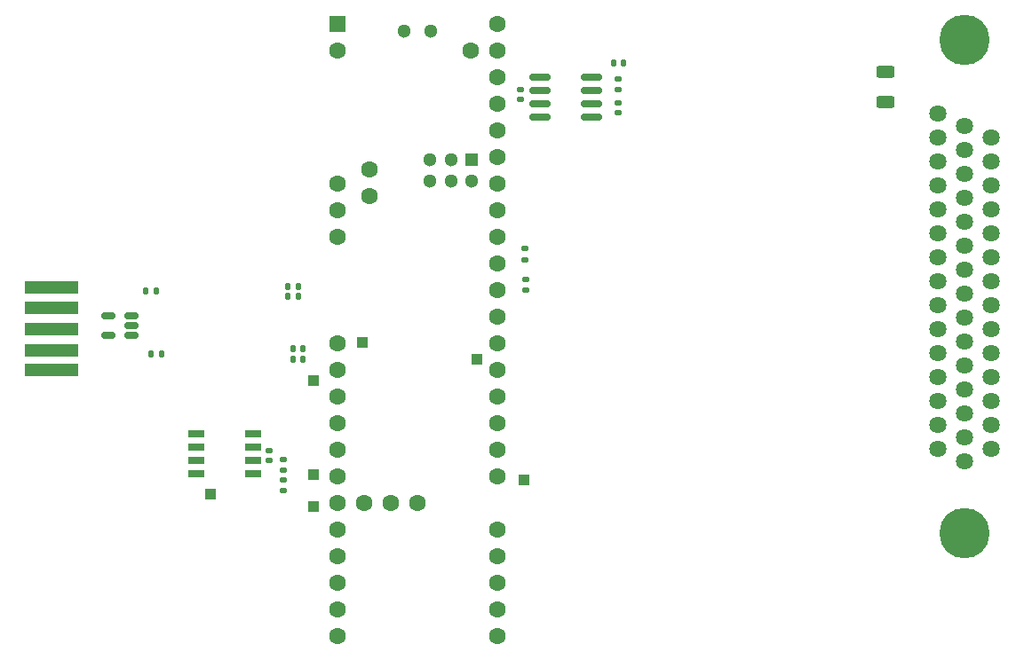
<source format=gbs>
G04 #@! TF.GenerationSoftware,KiCad,Pcbnew,9.0.4*
G04 #@! TF.CreationDate,2025-11-03T14:19:56-05:00*
G04 #@! TF.ProjectId,main_board_v1,6d61696e-5f62-46f6-9172-645f76312e6b,rev?*
G04 #@! TF.SameCoordinates,Original*
G04 #@! TF.FileFunction,Soldermask,Bot*
G04 #@! TF.FilePolarity,Negative*
%FSLAX46Y46*%
G04 Gerber Fmt 4.6, Leading zero omitted, Abs format (unit mm)*
G04 Created by KiCad (PCBNEW 9.0.4) date 2025-11-03 14:19:56*
%MOMM*%
%LPD*%
G01*
G04 APERTURE LIST*
G04 Aperture macros list*
%AMRoundRect*
0 Rectangle with rounded corners*
0 $1 Rounding radius*
0 $2 $3 $4 $5 $6 $7 $8 $9 X,Y pos of 4 corners*
0 Add a 4 corners polygon primitive as box body*
4,1,4,$2,$3,$4,$5,$6,$7,$8,$9,$2,$3,0*
0 Add four circle primitives for the rounded corners*
1,1,$1+$1,$2,$3*
1,1,$1+$1,$4,$5*
1,1,$1+$1,$6,$7*
1,1,$1+$1,$8,$9*
0 Add four rect primitives between the rounded corners*
20,1,$1+$1,$2,$3,$4,$5,0*
20,1,$1+$1,$4,$5,$6,$7,0*
20,1,$1+$1,$6,$7,$8,$9,0*
20,1,$1+$1,$8,$9,$2,$3,0*%
G04 Aperture macros list end*
%ADD10R,5.200000X1.250000*%
%ADD11R,1.600000X1.600000*%
%ADD12C,1.600000*%
%ADD13R,1.300000X1.300000*%
%ADD14C,1.300000*%
%ADD15C,1.638000*%
%ADD16C,4.801000*%
%ADD17RoundRect,0.140000X-0.170000X0.140000X-0.170000X-0.140000X0.170000X-0.140000X0.170000X0.140000X0*%
%ADD18R,1.000000X1.000000*%
%ADD19RoundRect,0.150000X-0.825000X-0.150000X0.825000X-0.150000X0.825000X0.150000X-0.825000X0.150000X0*%
%ADD20RoundRect,0.140000X0.140000X0.170000X-0.140000X0.170000X-0.140000X-0.170000X0.140000X-0.170000X0*%
%ADD21RoundRect,0.135000X-0.135000X-0.185000X0.135000X-0.185000X0.135000X0.185000X-0.135000X0.185000X0*%
%ADD22RoundRect,0.135000X-0.185000X0.135000X-0.185000X-0.135000X0.185000X-0.135000X0.185000X0.135000X0*%
%ADD23RoundRect,0.135000X0.185000X-0.135000X0.185000X0.135000X-0.185000X0.135000X-0.185000X-0.135000X0*%
%ADD24RoundRect,0.150000X0.512500X0.150000X-0.512500X0.150000X-0.512500X-0.150000X0.512500X-0.150000X0*%
%ADD25RoundRect,0.250000X0.625000X-0.312500X0.625000X0.312500X-0.625000X0.312500X-0.625000X-0.312500X0*%
%ADD26RoundRect,0.140000X0.170000X-0.140000X0.170000X0.140000X-0.170000X0.140000X-0.170000X-0.140000X0*%
%ADD27R,1.500000X0.650000*%
G04 APERTURE END LIST*
D10*
X44500000Y-48600000D03*
X44500000Y-50600000D03*
X44500000Y-52600000D03*
X44500000Y-54600000D03*
X44500000Y-56500000D03*
D11*
X71762000Y-23464950D03*
D12*
X71762000Y-26004950D03*
X71762000Y-38704950D03*
X71762000Y-41244950D03*
X71762000Y-43784950D03*
X71762000Y-53944950D03*
X71762000Y-56484950D03*
X71762000Y-59024950D03*
X71762000Y-61564950D03*
X71762000Y-64104950D03*
X71762000Y-66644950D03*
X71762000Y-69184950D03*
X71762000Y-71724950D03*
X71762000Y-74264950D03*
X71762000Y-76804950D03*
X71762000Y-79344950D03*
X71762000Y-81884950D03*
X87002000Y-81884950D03*
X87002000Y-79344950D03*
X87002000Y-76804950D03*
X87002000Y-74264950D03*
X87002000Y-71724950D03*
X87002000Y-66644950D03*
X87002000Y-64104950D03*
X87002000Y-61564950D03*
X87002000Y-59024950D03*
X87002000Y-56484950D03*
X87002000Y-53944950D03*
X87002000Y-51404950D03*
X87002000Y-48864950D03*
X87002000Y-46324950D03*
X87002000Y-43784950D03*
X87002000Y-41244950D03*
X87002000Y-38704950D03*
X87002000Y-36164950D03*
X87002000Y-33624950D03*
X87002000Y-31084950D03*
X87002000Y-28544950D03*
X87002000Y-26004950D03*
X87002000Y-23464950D03*
X84462000Y-26004950D03*
X74302000Y-69184950D03*
X76842000Y-69184950D03*
X79382000Y-69184950D03*
X74812800Y-37384150D03*
X74812800Y-39924150D03*
D13*
X84563600Y-36434950D03*
D14*
X82563600Y-36434950D03*
X80563600Y-36434950D03*
X80563600Y-38434950D03*
X82563600Y-38434950D03*
X84563600Y-38434950D03*
X80652000Y-24194950D03*
X78112000Y-24194950D03*
D15*
X129022000Y-64054950D03*
X129022000Y-61768950D03*
X129022000Y-59482950D03*
X129022000Y-57196950D03*
X129022000Y-54910950D03*
X129022000Y-52624950D03*
X129022000Y-50338950D03*
X129022000Y-48052950D03*
X129022000Y-45766950D03*
X129022000Y-43480950D03*
X129022000Y-41194950D03*
X129022000Y-38908950D03*
X129022000Y-36622950D03*
X129022000Y-34336950D03*
X129022000Y-32050950D03*
X131562000Y-65197950D03*
X131562000Y-62911950D03*
X131562000Y-60625950D03*
X131562000Y-58339950D03*
X131562000Y-56053950D03*
X131562000Y-53767950D03*
X131562000Y-51481950D03*
X131562000Y-49195950D03*
X131562000Y-46909950D03*
X131562000Y-44623950D03*
X131562000Y-42337950D03*
X131562000Y-40051950D03*
X131562000Y-37765950D03*
X131562000Y-35479950D03*
X131562000Y-33193950D03*
X134102000Y-64054950D03*
X134102000Y-61768950D03*
X134102000Y-59482950D03*
X134102000Y-57196950D03*
X134102000Y-54910950D03*
X134102000Y-52624950D03*
X134102000Y-50338950D03*
X134102000Y-48052950D03*
X134102000Y-45766950D03*
X134102000Y-43480950D03*
X134102000Y-41194950D03*
X134102000Y-38908950D03*
X134102000Y-36622950D03*
X134102000Y-34336950D03*
D16*
X131562000Y-72080950D03*
X131562000Y-25040950D03*
D17*
X65250000Y-64170000D03*
X65250000Y-65130000D03*
D18*
X74100000Y-53850000D03*
D19*
X91025000Y-32405000D03*
X91025000Y-31135000D03*
X91025000Y-29865000D03*
X91025000Y-28595000D03*
X95975000Y-28595000D03*
X95975000Y-29865000D03*
X95975000Y-31135000D03*
X95975000Y-32405000D03*
D20*
X67980000Y-49500000D03*
X67020000Y-49500000D03*
D18*
X59600000Y-68350000D03*
X85000000Y-55500000D03*
D20*
X99030000Y-27200000D03*
X98070000Y-27200000D03*
D18*
X69500000Y-69500000D03*
D21*
X53480000Y-49000000D03*
X54500000Y-49000000D03*
D18*
X69500000Y-57500000D03*
D22*
X89650000Y-44940000D03*
X89650000Y-45960000D03*
D21*
X54000000Y-55000000D03*
X55020000Y-55000000D03*
D20*
X68480000Y-55500000D03*
X67520000Y-55500000D03*
D22*
X66575000Y-65040000D03*
X66575000Y-66060000D03*
D18*
X89500000Y-67000000D03*
D17*
X98500000Y-31020000D03*
X98500000Y-31980000D03*
D23*
X89700000Y-48860000D03*
X89700000Y-47840000D03*
D24*
X52137500Y-51300000D03*
X52137500Y-52250000D03*
X52137500Y-53200000D03*
X49862500Y-53200000D03*
X49862500Y-51300000D03*
D22*
X66575000Y-66990000D03*
X66575000Y-68010000D03*
D20*
X68480000Y-54500000D03*
X67520000Y-54500000D03*
D25*
X124000000Y-30962500D03*
X124000000Y-28037500D03*
D26*
X89150000Y-30680000D03*
X89150000Y-29720000D03*
D20*
X67980000Y-48500000D03*
X67020000Y-48500000D03*
D26*
X98500000Y-29730000D03*
X98500000Y-28770000D03*
D27*
X63700000Y-62595000D03*
X63700000Y-63865000D03*
X63700000Y-65135000D03*
X63700000Y-66405000D03*
X58300000Y-66405000D03*
X58300000Y-65135000D03*
X58300000Y-63865000D03*
X58300000Y-62595000D03*
D18*
X69500000Y-66500000D03*
M02*

</source>
